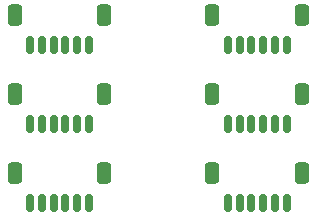
<source format=gbr>
%TF.GenerationSoftware,KiCad,Pcbnew,7.0.5*%
%TF.CreationDate,2024-01-24T02:04:37-05:00*%
%TF.ProjectId,CAMERA_ADAPTER,43414d45-5241-45f4-9144-41505445522e,rev?*%
%TF.SameCoordinates,Original*%
%TF.FileFunction,Paste,Top*%
%TF.FilePolarity,Positive*%
%FSLAX46Y46*%
G04 Gerber Fmt 4.6, Leading zero omitted, Abs format (unit mm)*
G04 Created by KiCad (PCBNEW 7.0.5) date 2024-01-24 02:04:37*
%MOMM*%
%LPD*%
G01*
G04 APERTURE LIST*
G04 Aperture macros list*
%AMRoundRect*
0 Rectangle with rounded corners*
0 $1 Rounding radius*
0 $2 $3 $4 $5 $6 $7 $8 $9 X,Y pos of 4 corners*
0 Add a 4 corners polygon primitive as box body*
4,1,4,$2,$3,$4,$5,$6,$7,$8,$9,$2,$3,0*
0 Add four circle primitives for the rounded corners*
1,1,$1+$1,$2,$3*
1,1,$1+$1,$4,$5*
1,1,$1+$1,$6,$7*
1,1,$1+$1,$8,$9*
0 Add four rect primitives between the rounded corners*
20,1,$1+$1,$2,$3,$4,$5,0*
20,1,$1+$1,$4,$5,$6,$7,0*
20,1,$1+$1,$6,$7,$8,$9,0*
20,1,$1+$1,$8,$9,$2,$3,0*%
G04 Aperture macros list end*
%ADD10RoundRect,0.150000X-0.150000X-0.625000X0.150000X-0.625000X0.150000X0.625000X-0.150000X0.625000X0*%
%ADD11RoundRect,0.250000X-0.350000X-0.650000X0.350000X-0.650000X0.350000X0.650000X-0.350000X0.650000X0*%
G04 APERTURE END LIST*
D10*
%TO.C,J3*%
X139160000Y-95698621D03*
X140160000Y-95698621D03*
X141160000Y-95698621D03*
X142160000Y-95698621D03*
X143160000Y-95698621D03*
X144160000Y-95698621D03*
D11*
X137860000Y-93173621D03*
X145460000Y-93173621D03*
%TD*%
D10*
%TO.C,J5*%
X139160000Y-109023621D03*
X140160000Y-109023621D03*
X141160000Y-109023621D03*
X142160000Y-109023621D03*
X143160000Y-109023621D03*
X144160000Y-109023621D03*
D11*
X137860000Y-106498621D03*
X145460000Y-106498621D03*
%TD*%
D10*
%TO.C,J6*%
X155910000Y-95698621D03*
X156910000Y-95698621D03*
X157910000Y-95698621D03*
X158910000Y-95698621D03*
X159910000Y-95698621D03*
X160910000Y-95698621D03*
D11*
X154610000Y-93173621D03*
X162210000Y-93173621D03*
%TD*%
D10*
%TO.C,J4*%
X139160000Y-102361121D03*
X140160000Y-102361121D03*
X141160000Y-102361121D03*
X142160000Y-102361121D03*
X143160000Y-102361121D03*
X144160000Y-102361121D03*
D11*
X137860000Y-99836121D03*
X145460000Y-99836121D03*
%TD*%
D10*
%TO.C,J8*%
X155910000Y-109023621D03*
X156910000Y-109023621D03*
X157910000Y-109023621D03*
X158910000Y-109023621D03*
X159910000Y-109023621D03*
X160910000Y-109023621D03*
D11*
X154610000Y-106498621D03*
X162210000Y-106498621D03*
%TD*%
D10*
%TO.C,J7*%
X155910000Y-102361121D03*
X156910000Y-102361121D03*
X157910000Y-102361121D03*
X158910000Y-102361121D03*
X159910000Y-102361121D03*
X160910000Y-102361121D03*
D11*
X154610000Y-99836121D03*
X162210000Y-99836121D03*
%TD*%
M02*

</source>
